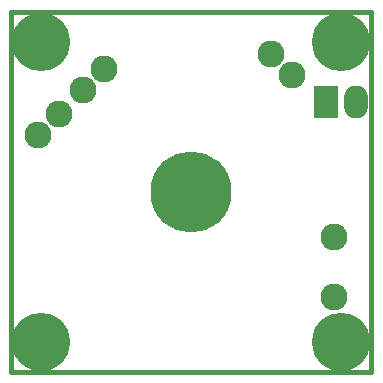
<source format=gts>
G04 (created by PCBNEW-RS274X (2010-05-05 BZR 2356)-stable) date 12/23/10 16:21:38*
G01*
G70*
G90*
%MOIN*%
G04 Gerber Fmt 3.4, Leading zero omitted, Abs format*
%FSLAX34Y34*%
G04 APERTURE LIST*
%ADD10C,0.005000*%
%ADD11C,0.015000*%
%ADD12C,0.090000*%
%ADD13R,0.080000X0.110000*%
%ADD14O,0.080000X0.110000*%
%ADD15C,0.195000*%
%ADD16C,0.270000*%
G04 APERTURE END LIST*
G54D10*
G54D11*
X10000Y-22000D02*
X10000Y-10000D01*
X22000Y-22000D02*
X10000Y-22000D01*
X22000Y-10000D02*
X22000Y-22000D01*
X10000Y-10000D02*
X22000Y-10000D01*
G54D12*
X20750Y-19500D03*
X20750Y-17500D03*
G54D13*
X20500Y-13000D03*
G54D14*
X21500Y-13000D03*
G54D12*
X18646Y-11396D03*
X19354Y-12104D03*
X12396Y-12604D03*
X13104Y-11896D03*
X10896Y-14104D03*
X11604Y-13396D03*
G54D15*
X21000Y-11000D03*
X11000Y-11000D03*
X11000Y-21000D03*
X21000Y-21000D03*
G54D16*
X16000Y-16000D03*
M02*

</source>
